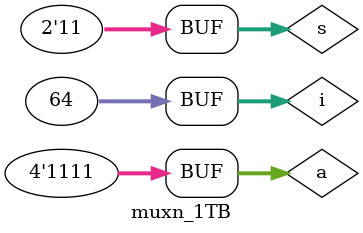
<source format=v>
module muxn_1TB();
parameter n=2;
parameter m=2**n;
reg [m-1:0]a;
reg [n-1 :0]s;
wire y;
muxn_1 k(a,s,y);
integer i;
initial 
begin
for(i=0;i<64;i=i+1)
begin 
{a[3],a[2],a[1],a[0],s[1],s[0]}=i;
#10;
end
end
endmodule

</source>
